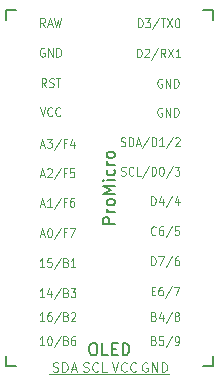
<source format=gto>
%TF.GenerationSoftware,KiCad,Pcbnew,(5.1.10)-1*%
%TF.CreationDate,2021-10-29T12:16:09+09:00*%
%TF.ProjectId,yacc46,79616363-3436-42e6-9b69-6361645f7063,rev?*%
%TF.SameCoordinates,Original*%
%TF.FileFunction,Legend,Top*%
%TF.FilePolarity,Positive*%
%FSLAX46Y46*%
G04 Gerber Fmt 4.6, Leading zero omitted, Abs format (unit mm)*
G04 Created by KiCad (PCBNEW (5.1.10)-1) date 2021-10-29 12:16:09*
%MOMM*%
%LPD*%
G01*
G04 APERTURE LIST*
%ADD10C,0.150000*%
%ADD11C,0.120000*%
%ADD12C,0.125000*%
G04 APERTURE END LIST*
D10*
X170432380Y-46263809D02*
X169432380Y-46263809D01*
X169432380Y-45882857D01*
X169480000Y-45787619D01*
X169527619Y-45740000D01*
X169622857Y-45692380D01*
X169765714Y-45692380D01*
X169860952Y-45740000D01*
X169908571Y-45787619D01*
X169956190Y-45882857D01*
X169956190Y-46263809D01*
X170432380Y-45263809D02*
X169765714Y-45263809D01*
X169956190Y-45263809D02*
X169860952Y-45216190D01*
X169813333Y-45168571D01*
X169765714Y-45073333D01*
X169765714Y-44978095D01*
X170432380Y-44501904D02*
X170384761Y-44597142D01*
X170337142Y-44644761D01*
X170241904Y-44692380D01*
X169956190Y-44692380D01*
X169860952Y-44644761D01*
X169813333Y-44597142D01*
X169765714Y-44501904D01*
X169765714Y-44359047D01*
X169813333Y-44263809D01*
X169860952Y-44216190D01*
X169956190Y-44168571D01*
X170241904Y-44168571D01*
X170337142Y-44216190D01*
X170384761Y-44263809D01*
X170432380Y-44359047D01*
X170432380Y-44501904D01*
X170432380Y-43740000D02*
X169432380Y-43740000D01*
X170146666Y-43406666D01*
X169432380Y-43073333D01*
X170432380Y-43073333D01*
X170432380Y-42597142D02*
X169765714Y-42597142D01*
X169432380Y-42597142D02*
X169480000Y-42644761D01*
X169527619Y-42597142D01*
X169480000Y-42549523D01*
X169432380Y-42597142D01*
X169527619Y-42597142D01*
X170384761Y-41692380D02*
X170432380Y-41787619D01*
X170432380Y-41978095D01*
X170384761Y-42073333D01*
X170337142Y-42120952D01*
X170241904Y-42168571D01*
X169956190Y-42168571D01*
X169860952Y-42120952D01*
X169813333Y-42073333D01*
X169765714Y-41978095D01*
X169765714Y-41787619D01*
X169813333Y-41692380D01*
X170432380Y-41263809D02*
X169765714Y-41263809D01*
X169956190Y-41263809D02*
X169860952Y-41216190D01*
X169813333Y-41168571D01*
X169765714Y-41073333D01*
X169765714Y-40978095D01*
X170432380Y-40501904D02*
X170384761Y-40597142D01*
X170337142Y-40644761D01*
X170241904Y-40692380D01*
X169956190Y-40692380D01*
X169860952Y-40644761D01*
X169813333Y-40597142D01*
X169765714Y-40501904D01*
X169765714Y-40359047D01*
X169813333Y-40263809D01*
X169860952Y-40216190D01*
X169956190Y-40168571D01*
X170241904Y-40168571D01*
X170337142Y-40216190D01*
X170384761Y-40263809D01*
X170432380Y-40359047D01*
X170432380Y-40501904D01*
%TO.C,U1*%
X178740000Y-58350000D02*
X177880000Y-58350000D01*
X161240000Y-58350000D02*
X162090000Y-58350000D01*
X178740000Y-57500000D02*
X178740000Y-58350000D01*
X161240000Y-57450000D02*
X161240000Y-58350000D01*
X178740000Y-28150000D02*
X177940000Y-28150000D01*
X161240000Y-28150000D02*
X162090000Y-28150000D01*
X178740000Y-28150000D02*
X178740000Y-29000000D01*
X161240000Y-28150000D02*
X161240000Y-29000000D01*
D11*
%TO.C,J1*%
X175070000Y-59000000D02*
X164910000Y-59000000D01*
%TO.C,U1*%
D12*
X164532380Y-29589285D02*
X164309047Y-29232142D01*
X164149523Y-29589285D02*
X164149523Y-28839285D01*
X164404761Y-28839285D01*
X164468571Y-28875000D01*
X164500476Y-28910714D01*
X164532380Y-28982142D01*
X164532380Y-29089285D01*
X164500476Y-29160714D01*
X164468571Y-29196428D01*
X164404761Y-29232142D01*
X164149523Y-29232142D01*
X164787619Y-29375000D02*
X165106666Y-29375000D01*
X164723809Y-29589285D02*
X164947142Y-28839285D01*
X165170476Y-29589285D01*
X165330000Y-28839285D02*
X165489523Y-29589285D01*
X165617142Y-29053571D01*
X165744761Y-29589285D01*
X165904285Y-28839285D01*
X164484523Y-31425000D02*
X164420714Y-31389285D01*
X164325000Y-31389285D01*
X164229285Y-31425000D01*
X164165476Y-31496428D01*
X164133571Y-31567857D01*
X164101666Y-31710714D01*
X164101666Y-31817857D01*
X164133571Y-31960714D01*
X164165476Y-32032142D01*
X164229285Y-32103571D01*
X164325000Y-32139285D01*
X164388809Y-32139285D01*
X164484523Y-32103571D01*
X164516428Y-32067857D01*
X164516428Y-31817857D01*
X164388809Y-31817857D01*
X164803571Y-32139285D02*
X164803571Y-31389285D01*
X165186428Y-32139285D01*
X165186428Y-31389285D01*
X165505476Y-32139285D02*
X165505476Y-31389285D01*
X165665000Y-31389285D01*
X165760714Y-31425000D01*
X165824523Y-31496428D01*
X165856428Y-31567857D01*
X165888333Y-31710714D01*
X165888333Y-31817857D01*
X165856428Y-31960714D01*
X165824523Y-32032142D01*
X165760714Y-32103571D01*
X165665000Y-32139285D01*
X165505476Y-32139285D01*
X164628095Y-34689285D02*
X164404761Y-34332142D01*
X164245238Y-34689285D02*
X164245238Y-33939285D01*
X164500476Y-33939285D01*
X164564285Y-33975000D01*
X164596190Y-34010714D01*
X164628095Y-34082142D01*
X164628095Y-34189285D01*
X164596190Y-34260714D01*
X164564285Y-34296428D01*
X164500476Y-34332142D01*
X164245238Y-34332142D01*
X164883333Y-34653571D02*
X164979047Y-34689285D01*
X165138571Y-34689285D01*
X165202380Y-34653571D01*
X165234285Y-34617857D01*
X165266190Y-34546428D01*
X165266190Y-34475000D01*
X165234285Y-34403571D01*
X165202380Y-34367857D01*
X165138571Y-34332142D01*
X165010952Y-34296428D01*
X164947142Y-34260714D01*
X164915238Y-34225000D01*
X164883333Y-34153571D01*
X164883333Y-34082142D01*
X164915238Y-34010714D01*
X164947142Y-33975000D01*
X165010952Y-33939285D01*
X165170476Y-33939285D01*
X165266190Y-33975000D01*
X165457619Y-33939285D02*
X165840476Y-33939285D01*
X165649047Y-34689285D02*
X165649047Y-33939285D01*
X164101666Y-36389285D02*
X164325000Y-37139285D01*
X164548333Y-36389285D01*
X165154523Y-37067857D02*
X165122619Y-37103571D01*
X165026904Y-37139285D01*
X164963095Y-37139285D01*
X164867380Y-37103571D01*
X164803571Y-37032142D01*
X164771666Y-36960714D01*
X164739761Y-36817857D01*
X164739761Y-36710714D01*
X164771666Y-36567857D01*
X164803571Y-36496428D01*
X164867380Y-36425000D01*
X164963095Y-36389285D01*
X165026904Y-36389285D01*
X165122619Y-36425000D01*
X165154523Y-36460714D01*
X165824523Y-37067857D02*
X165792619Y-37103571D01*
X165696904Y-37139285D01*
X165633095Y-37139285D01*
X165537380Y-37103571D01*
X165473571Y-37032142D01*
X165441666Y-36960714D01*
X165409761Y-36817857D01*
X165409761Y-36710714D01*
X165441666Y-36567857D01*
X165473571Y-36496428D01*
X165537380Y-36425000D01*
X165633095Y-36389285D01*
X165696904Y-36389285D01*
X165792619Y-36425000D01*
X165824523Y-36460714D01*
X164159285Y-39625000D02*
X164478333Y-39625000D01*
X164095476Y-39839285D02*
X164318809Y-39089285D01*
X164542142Y-39839285D01*
X164701666Y-39089285D02*
X165116428Y-39089285D01*
X164893095Y-39375000D01*
X164988809Y-39375000D01*
X165052619Y-39410714D01*
X165084523Y-39446428D01*
X165116428Y-39517857D01*
X165116428Y-39696428D01*
X165084523Y-39767857D01*
X165052619Y-39803571D01*
X164988809Y-39839285D01*
X164797380Y-39839285D01*
X164733571Y-39803571D01*
X164701666Y-39767857D01*
X165882142Y-39053571D02*
X165307857Y-40017857D01*
X166328809Y-39446428D02*
X166105476Y-39446428D01*
X166105476Y-39839285D02*
X166105476Y-39089285D01*
X166424523Y-39089285D01*
X166966904Y-39339285D02*
X166966904Y-39839285D01*
X166807380Y-39053571D02*
X166647857Y-39589285D01*
X167062619Y-39589285D01*
X164159285Y-42125000D02*
X164478333Y-42125000D01*
X164095476Y-42339285D02*
X164318809Y-41589285D01*
X164542142Y-42339285D01*
X164733571Y-41660714D02*
X164765476Y-41625000D01*
X164829285Y-41589285D01*
X164988809Y-41589285D01*
X165052619Y-41625000D01*
X165084523Y-41660714D01*
X165116428Y-41732142D01*
X165116428Y-41803571D01*
X165084523Y-41910714D01*
X164701666Y-42339285D01*
X165116428Y-42339285D01*
X165882142Y-41553571D02*
X165307857Y-42517857D01*
X166328809Y-41946428D02*
X166105476Y-41946428D01*
X166105476Y-42339285D02*
X166105476Y-41589285D01*
X166424523Y-41589285D01*
X166998809Y-41589285D02*
X166679761Y-41589285D01*
X166647857Y-41946428D01*
X166679761Y-41910714D01*
X166743571Y-41875000D01*
X166903095Y-41875000D01*
X166966904Y-41910714D01*
X166998809Y-41946428D01*
X167030714Y-42017857D01*
X167030714Y-42196428D01*
X166998809Y-42267857D01*
X166966904Y-42303571D01*
X166903095Y-42339285D01*
X166743571Y-42339285D01*
X166679761Y-42303571D01*
X166647857Y-42267857D01*
X164159285Y-44625000D02*
X164478333Y-44625000D01*
X164095476Y-44839285D02*
X164318809Y-44089285D01*
X164542142Y-44839285D01*
X165116428Y-44839285D02*
X164733571Y-44839285D01*
X164925000Y-44839285D02*
X164925000Y-44089285D01*
X164861190Y-44196428D01*
X164797380Y-44267857D01*
X164733571Y-44303571D01*
X165882142Y-44053571D02*
X165307857Y-45017857D01*
X166328809Y-44446428D02*
X166105476Y-44446428D01*
X166105476Y-44839285D02*
X166105476Y-44089285D01*
X166424523Y-44089285D01*
X166966904Y-44089285D02*
X166839285Y-44089285D01*
X166775476Y-44125000D01*
X166743571Y-44160714D01*
X166679761Y-44267857D01*
X166647857Y-44410714D01*
X166647857Y-44696428D01*
X166679761Y-44767857D01*
X166711666Y-44803571D01*
X166775476Y-44839285D01*
X166903095Y-44839285D01*
X166966904Y-44803571D01*
X166998809Y-44767857D01*
X167030714Y-44696428D01*
X167030714Y-44517857D01*
X166998809Y-44446428D01*
X166966904Y-44410714D01*
X166903095Y-44375000D01*
X166775476Y-44375000D01*
X166711666Y-44410714D01*
X166679761Y-44446428D01*
X166647857Y-44517857D01*
X164159285Y-47175000D02*
X164478333Y-47175000D01*
X164095476Y-47389285D02*
X164318809Y-46639285D01*
X164542142Y-47389285D01*
X164893095Y-46639285D02*
X164956904Y-46639285D01*
X165020714Y-46675000D01*
X165052619Y-46710714D01*
X165084523Y-46782142D01*
X165116428Y-46925000D01*
X165116428Y-47103571D01*
X165084523Y-47246428D01*
X165052619Y-47317857D01*
X165020714Y-47353571D01*
X164956904Y-47389285D01*
X164893095Y-47389285D01*
X164829285Y-47353571D01*
X164797380Y-47317857D01*
X164765476Y-47246428D01*
X164733571Y-47103571D01*
X164733571Y-46925000D01*
X164765476Y-46782142D01*
X164797380Y-46710714D01*
X164829285Y-46675000D01*
X164893095Y-46639285D01*
X165882142Y-46603571D02*
X165307857Y-47567857D01*
X166328809Y-46996428D02*
X166105476Y-46996428D01*
X166105476Y-47389285D02*
X166105476Y-46639285D01*
X166424523Y-46639285D01*
X166615952Y-46639285D02*
X167062619Y-46639285D01*
X166775476Y-47389285D01*
X164462380Y-49939285D02*
X164079523Y-49939285D01*
X164270952Y-49939285D02*
X164270952Y-49189285D01*
X164207142Y-49296428D01*
X164143333Y-49367857D01*
X164079523Y-49403571D01*
X165068571Y-49189285D02*
X164749523Y-49189285D01*
X164717619Y-49546428D01*
X164749523Y-49510714D01*
X164813333Y-49475000D01*
X164972857Y-49475000D01*
X165036666Y-49510714D01*
X165068571Y-49546428D01*
X165100476Y-49617857D01*
X165100476Y-49796428D01*
X165068571Y-49867857D01*
X165036666Y-49903571D01*
X164972857Y-49939285D01*
X164813333Y-49939285D01*
X164749523Y-49903571D01*
X164717619Y-49867857D01*
X165866190Y-49153571D02*
X165291904Y-50117857D01*
X166312857Y-49546428D02*
X166408571Y-49582142D01*
X166440476Y-49617857D01*
X166472380Y-49689285D01*
X166472380Y-49796428D01*
X166440476Y-49867857D01*
X166408571Y-49903571D01*
X166344761Y-49939285D01*
X166089523Y-49939285D01*
X166089523Y-49189285D01*
X166312857Y-49189285D01*
X166376666Y-49225000D01*
X166408571Y-49260714D01*
X166440476Y-49332142D01*
X166440476Y-49403571D01*
X166408571Y-49475000D01*
X166376666Y-49510714D01*
X166312857Y-49546428D01*
X166089523Y-49546428D01*
X167110476Y-49939285D02*
X166727619Y-49939285D01*
X166919047Y-49939285D02*
X166919047Y-49189285D01*
X166855238Y-49296428D01*
X166791428Y-49367857D01*
X166727619Y-49403571D01*
X164462380Y-52489285D02*
X164079523Y-52489285D01*
X164270952Y-52489285D02*
X164270952Y-51739285D01*
X164207142Y-51846428D01*
X164143333Y-51917857D01*
X164079523Y-51953571D01*
X165036666Y-51989285D02*
X165036666Y-52489285D01*
X164877142Y-51703571D02*
X164717619Y-52239285D01*
X165132380Y-52239285D01*
X165866190Y-51703571D02*
X165291904Y-52667857D01*
X166312857Y-52096428D02*
X166408571Y-52132142D01*
X166440476Y-52167857D01*
X166472380Y-52239285D01*
X166472380Y-52346428D01*
X166440476Y-52417857D01*
X166408571Y-52453571D01*
X166344761Y-52489285D01*
X166089523Y-52489285D01*
X166089523Y-51739285D01*
X166312857Y-51739285D01*
X166376666Y-51775000D01*
X166408571Y-51810714D01*
X166440476Y-51882142D01*
X166440476Y-51953571D01*
X166408571Y-52025000D01*
X166376666Y-52060714D01*
X166312857Y-52096428D01*
X166089523Y-52096428D01*
X166695714Y-51739285D02*
X167110476Y-51739285D01*
X166887142Y-52025000D01*
X166982857Y-52025000D01*
X167046666Y-52060714D01*
X167078571Y-52096428D01*
X167110476Y-52167857D01*
X167110476Y-52346428D01*
X167078571Y-52417857D01*
X167046666Y-52453571D01*
X166982857Y-52489285D01*
X166791428Y-52489285D01*
X166727619Y-52453571D01*
X166695714Y-52417857D01*
X164462380Y-56539285D02*
X164079523Y-56539285D01*
X164270952Y-56539285D02*
X164270952Y-55789285D01*
X164207142Y-55896428D01*
X164143333Y-55967857D01*
X164079523Y-56003571D01*
X164877142Y-55789285D02*
X164940952Y-55789285D01*
X165004761Y-55825000D01*
X165036666Y-55860714D01*
X165068571Y-55932142D01*
X165100476Y-56075000D01*
X165100476Y-56253571D01*
X165068571Y-56396428D01*
X165036666Y-56467857D01*
X165004761Y-56503571D01*
X164940952Y-56539285D01*
X164877142Y-56539285D01*
X164813333Y-56503571D01*
X164781428Y-56467857D01*
X164749523Y-56396428D01*
X164717619Y-56253571D01*
X164717619Y-56075000D01*
X164749523Y-55932142D01*
X164781428Y-55860714D01*
X164813333Y-55825000D01*
X164877142Y-55789285D01*
X165866190Y-55753571D02*
X165291904Y-56717857D01*
X166312857Y-56146428D02*
X166408571Y-56182142D01*
X166440476Y-56217857D01*
X166472380Y-56289285D01*
X166472380Y-56396428D01*
X166440476Y-56467857D01*
X166408571Y-56503571D01*
X166344761Y-56539285D01*
X166089523Y-56539285D01*
X166089523Y-55789285D01*
X166312857Y-55789285D01*
X166376666Y-55825000D01*
X166408571Y-55860714D01*
X166440476Y-55932142D01*
X166440476Y-56003571D01*
X166408571Y-56075000D01*
X166376666Y-56110714D01*
X166312857Y-56146428D01*
X166089523Y-56146428D01*
X167046666Y-55789285D02*
X166919047Y-55789285D01*
X166855238Y-55825000D01*
X166823333Y-55860714D01*
X166759523Y-55967857D01*
X166727619Y-56110714D01*
X166727619Y-56396428D01*
X166759523Y-56467857D01*
X166791428Y-56503571D01*
X166855238Y-56539285D01*
X166982857Y-56539285D01*
X167046666Y-56503571D01*
X167078571Y-56467857D01*
X167110476Y-56396428D01*
X167110476Y-56217857D01*
X167078571Y-56146428D01*
X167046666Y-56110714D01*
X166982857Y-56075000D01*
X166855238Y-56075000D01*
X166791428Y-56110714D01*
X166759523Y-56146428D01*
X166727619Y-56217857D01*
X164462380Y-54499285D02*
X164079523Y-54499285D01*
X164270952Y-54499285D02*
X164270952Y-53749285D01*
X164207142Y-53856428D01*
X164143333Y-53927857D01*
X164079523Y-53963571D01*
X165036666Y-53749285D02*
X164909047Y-53749285D01*
X164845238Y-53785000D01*
X164813333Y-53820714D01*
X164749523Y-53927857D01*
X164717619Y-54070714D01*
X164717619Y-54356428D01*
X164749523Y-54427857D01*
X164781428Y-54463571D01*
X164845238Y-54499285D01*
X164972857Y-54499285D01*
X165036666Y-54463571D01*
X165068571Y-54427857D01*
X165100476Y-54356428D01*
X165100476Y-54177857D01*
X165068571Y-54106428D01*
X165036666Y-54070714D01*
X164972857Y-54035000D01*
X164845238Y-54035000D01*
X164781428Y-54070714D01*
X164749523Y-54106428D01*
X164717619Y-54177857D01*
X165866190Y-53713571D02*
X165291904Y-54677857D01*
X166312857Y-54106428D02*
X166408571Y-54142142D01*
X166440476Y-54177857D01*
X166472380Y-54249285D01*
X166472380Y-54356428D01*
X166440476Y-54427857D01*
X166408571Y-54463571D01*
X166344761Y-54499285D01*
X166089523Y-54499285D01*
X166089523Y-53749285D01*
X166312857Y-53749285D01*
X166376666Y-53785000D01*
X166408571Y-53820714D01*
X166440476Y-53892142D01*
X166440476Y-53963571D01*
X166408571Y-54035000D01*
X166376666Y-54070714D01*
X166312857Y-54106428D01*
X166089523Y-54106428D01*
X166727619Y-53820714D02*
X166759523Y-53785000D01*
X166823333Y-53749285D01*
X166982857Y-53749285D01*
X167046666Y-53785000D01*
X167078571Y-53820714D01*
X167110476Y-53892142D01*
X167110476Y-53963571D01*
X167078571Y-54070714D01*
X166695714Y-54499285D01*
X167110476Y-54499285D01*
X173562380Y-51946428D02*
X173785714Y-51946428D01*
X173881428Y-52339285D02*
X173562380Y-52339285D01*
X173562380Y-51589285D01*
X173881428Y-51589285D01*
X174455714Y-51589285D02*
X174328095Y-51589285D01*
X174264285Y-51625000D01*
X174232380Y-51660714D01*
X174168571Y-51767857D01*
X174136666Y-51910714D01*
X174136666Y-52196428D01*
X174168571Y-52267857D01*
X174200476Y-52303571D01*
X174264285Y-52339285D01*
X174391904Y-52339285D01*
X174455714Y-52303571D01*
X174487619Y-52267857D01*
X174519523Y-52196428D01*
X174519523Y-52017857D01*
X174487619Y-51946428D01*
X174455714Y-51910714D01*
X174391904Y-51875000D01*
X174264285Y-51875000D01*
X174200476Y-51910714D01*
X174168571Y-51946428D01*
X174136666Y-52017857D01*
X175285238Y-51553571D02*
X174710952Y-52517857D01*
X175444761Y-51589285D02*
X175891428Y-51589285D01*
X175604285Y-52339285D01*
X173530476Y-49789285D02*
X173530476Y-49039285D01*
X173690000Y-49039285D01*
X173785714Y-49075000D01*
X173849523Y-49146428D01*
X173881428Y-49217857D01*
X173913333Y-49360714D01*
X173913333Y-49467857D01*
X173881428Y-49610714D01*
X173849523Y-49682142D01*
X173785714Y-49753571D01*
X173690000Y-49789285D01*
X173530476Y-49789285D01*
X174136666Y-49039285D02*
X174583333Y-49039285D01*
X174296190Y-49789285D01*
X175317142Y-49003571D02*
X174742857Y-49967857D01*
X175827619Y-49039285D02*
X175700000Y-49039285D01*
X175636190Y-49075000D01*
X175604285Y-49110714D01*
X175540476Y-49217857D01*
X175508571Y-49360714D01*
X175508571Y-49646428D01*
X175540476Y-49717857D01*
X175572380Y-49753571D01*
X175636190Y-49789285D01*
X175763809Y-49789285D01*
X175827619Y-49753571D01*
X175859523Y-49717857D01*
X175891428Y-49646428D01*
X175891428Y-49467857D01*
X175859523Y-49396428D01*
X175827619Y-49360714D01*
X175763809Y-49325000D01*
X175636190Y-49325000D01*
X175572380Y-49360714D01*
X175540476Y-49396428D01*
X175508571Y-49467857D01*
X174434523Y-34025000D02*
X174370714Y-33989285D01*
X174275000Y-33989285D01*
X174179285Y-34025000D01*
X174115476Y-34096428D01*
X174083571Y-34167857D01*
X174051666Y-34310714D01*
X174051666Y-34417857D01*
X174083571Y-34560714D01*
X174115476Y-34632142D01*
X174179285Y-34703571D01*
X174275000Y-34739285D01*
X174338809Y-34739285D01*
X174434523Y-34703571D01*
X174466428Y-34667857D01*
X174466428Y-34417857D01*
X174338809Y-34417857D01*
X174753571Y-34739285D02*
X174753571Y-33989285D01*
X175136428Y-34739285D01*
X175136428Y-33989285D01*
X175455476Y-34739285D02*
X175455476Y-33989285D01*
X175615000Y-33989285D01*
X175710714Y-34025000D01*
X175774523Y-34096428D01*
X175806428Y-34167857D01*
X175838333Y-34310714D01*
X175838333Y-34417857D01*
X175806428Y-34560714D01*
X175774523Y-34632142D01*
X175710714Y-34703571D01*
X175615000Y-34739285D01*
X175455476Y-34739285D01*
X174434523Y-36475000D02*
X174370714Y-36439285D01*
X174275000Y-36439285D01*
X174179285Y-36475000D01*
X174115476Y-36546428D01*
X174083571Y-36617857D01*
X174051666Y-36760714D01*
X174051666Y-36867857D01*
X174083571Y-37010714D01*
X174115476Y-37082142D01*
X174179285Y-37153571D01*
X174275000Y-37189285D01*
X174338809Y-37189285D01*
X174434523Y-37153571D01*
X174466428Y-37117857D01*
X174466428Y-36867857D01*
X174338809Y-36867857D01*
X174753571Y-37189285D02*
X174753571Y-36439285D01*
X175136428Y-37189285D01*
X175136428Y-36439285D01*
X175455476Y-37189285D02*
X175455476Y-36439285D01*
X175615000Y-36439285D01*
X175710714Y-36475000D01*
X175774523Y-36546428D01*
X175806428Y-36617857D01*
X175838333Y-36760714D01*
X175838333Y-36867857D01*
X175806428Y-37010714D01*
X175774523Y-37082142D01*
X175710714Y-37153571D01*
X175615000Y-37189285D01*
X175455476Y-37189285D01*
X172406190Y-29639285D02*
X172406190Y-28889285D01*
X172565714Y-28889285D01*
X172661428Y-28925000D01*
X172725238Y-28996428D01*
X172757142Y-29067857D01*
X172789047Y-29210714D01*
X172789047Y-29317857D01*
X172757142Y-29460714D01*
X172725238Y-29532142D01*
X172661428Y-29603571D01*
X172565714Y-29639285D01*
X172406190Y-29639285D01*
X173012380Y-28889285D02*
X173427142Y-28889285D01*
X173203809Y-29175000D01*
X173299523Y-29175000D01*
X173363333Y-29210714D01*
X173395238Y-29246428D01*
X173427142Y-29317857D01*
X173427142Y-29496428D01*
X173395238Y-29567857D01*
X173363333Y-29603571D01*
X173299523Y-29639285D01*
X173108095Y-29639285D01*
X173044285Y-29603571D01*
X173012380Y-29567857D01*
X174192857Y-28853571D02*
X173618571Y-29817857D01*
X174320476Y-28889285D02*
X174703333Y-28889285D01*
X174511904Y-29639285D02*
X174511904Y-28889285D01*
X174862857Y-28889285D02*
X175309523Y-29639285D01*
X175309523Y-28889285D02*
X174862857Y-29639285D01*
X175692380Y-28889285D02*
X175756190Y-28889285D01*
X175820000Y-28925000D01*
X175851904Y-28960714D01*
X175883809Y-29032142D01*
X175915714Y-29175000D01*
X175915714Y-29353571D01*
X175883809Y-29496428D01*
X175851904Y-29567857D01*
X175820000Y-29603571D01*
X175756190Y-29639285D01*
X175692380Y-29639285D01*
X175628571Y-29603571D01*
X175596666Y-29567857D01*
X175564761Y-29496428D01*
X175532857Y-29353571D01*
X175532857Y-29175000D01*
X175564761Y-29032142D01*
X175596666Y-28960714D01*
X175628571Y-28925000D01*
X175692380Y-28889285D01*
X173530476Y-44689285D02*
X173530476Y-43939285D01*
X173690000Y-43939285D01*
X173785714Y-43975000D01*
X173849523Y-44046428D01*
X173881428Y-44117857D01*
X173913333Y-44260714D01*
X173913333Y-44367857D01*
X173881428Y-44510714D01*
X173849523Y-44582142D01*
X173785714Y-44653571D01*
X173690000Y-44689285D01*
X173530476Y-44689285D01*
X174487619Y-44189285D02*
X174487619Y-44689285D01*
X174328095Y-43903571D02*
X174168571Y-44439285D01*
X174583333Y-44439285D01*
X175317142Y-43903571D02*
X174742857Y-44867857D01*
X175827619Y-44189285D02*
X175827619Y-44689285D01*
X175668095Y-43903571D02*
X175508571Y-44439285D01*
X175923333Y-44439285D01*
X170956428Y-39653571D02*
X171052142Y-39689285D01*
X171211666Y-39689285D01*
X171275476Y-39653571D01*
X171307380Y-39617857D01*
X171339285Y-39546428D01*
X171339285Y-39475000D01*
X171307380Y-39403571D01*
X171275476Y-39367857D01*
X171211666Y-39332142D01*
X171084047Y-39296428D01*
X171020238Y-39260714D01*
X170988333Y-39225000D01*
X170956428Y-39153571D01*
X170956428Y-39082142D01*
X170988333Y-39010714D01*
X171020238Y-38975000D01*
X171084047Y-38939285D01*
X171243571Y-38939285D01*
X171339285Y-38975000D01*
X171626428Y-39689285D02*
X171626428Y-38939285D01*
X171785952Y-38939285D01*
X171881666Y-38975000D01*
X171945476Y-39046428D01*
X171977380Y-39117857D01*
X172009285Y-39260714D01*
X172009285Y-39367857D01*
X171977380Y-39510714D01*
X171945476Y-39582142D01*
X171881666Y-39653571D01*
X171785952Y-39689285D01*
X171626428Y-39689285D01*
X172264523Y-39475000D02*
X172583571Y-39475000D01*
X172200714Y-39689285D02*
X172424047Y-38939285D01*
X172647380Y-39689285D01*
X173349285Y-38903571D02*
X172775000Y-39867857D01*
X173572619Y-39689285D02*
X173572619Y-38939285D01*
X173732142Y-38939285D01*
X173827857Y-38975000D01*
X173891666Y-39046428D01*
X173923571Y-39117857D01*
X173955476Y-39260714D01*
X173955476Y-39367857D01*
X173923571Y-39510714D01*
X173891666Y-39582142D01*
X173827857Y-39653571D01*
X173732142Y-39689285D01*
X173572619Y-39689285D01*
X174593571Y-39689285D02*
X174210714Y-39689285D01*
X174402142Y-39689285D02*
X174402142Y-38939285D01*
X174338333Y-39046428D01*
X174274523Y-39117857D01*
X174210714Y-39153571D01*
X175359285Y-38903571D02*
X174785000Y-39867857D01*
X175550714Y-39010714D02*
X175582619Y-38975000D01*
X175646428Y-38939285D01*
X175805952Y-38939285D01*
X175869761Y-38975000D01*
X175901666Y-39010714D01*
X175933571Y-39082142D01*
X175933571Y-39153571D01*
X175901666Y-39260714D01*
X175518809Y-39689285D01*
X175933571Y-39689285D01*
X170972380Y-42153571D02*
X171068095Y-42189285D01*
X171227619Y-42189285D01*
X171291428Y-42153571D01*
X171323333Y-42117857D01*
X171355238Y-42046428D01*
X171355238Y-41975000D01*
X171323333Y-41903571D01*
X171291428Y-41867857D01*
X171227619Y-41832142D01*
X171100000Y-41796428D01*
X171036190Y-41760714D01*
X171004285Y-41725000D01*
X170972380Y-41653571D01*
X170972380Y-41582142D01*
X171004285Y-41510714D01*
X171036190Y-41475000D01*
X171100000Y-41439285D01*
X171259523Y-41439285D01*
X171355238Y-41475000D01*
X172025238Y-42117857D02*
X171993333Y-42153571D01*
X171897619Y-42189285D01*
X171833809Y-42189285D01*
X171738095Y-42153571D01*
X171674285Y-42082142D01*
X171642380Y-42010714D01*
X171610476Y-41867857D01*
X171610476Y-41760714D01*
X171642380Y-41617857D01*
X171674285Y-41546428D01*
X171738095Y-41475000D01*
X171833809Y-41439285D01*
X171897619Y-41439285D01*
X171993333Y-41475000D01*
X172025238Y-41510714D01*
X172631428Y-42189285D02*
X172312380Y-42189285D01*
X172312380Y-41439285D01*
X173333333Y-41403571D02*
X172759047Y-42367857D01*
X173556666Y-42189285D02*
X173556666Y-41439285D01*
X173716190Y-41439285D01*
X173811904Y-41475000D01*
X173875714Y-41546428D01*
X173907619Y-41617857D01*
X173939523Y-41760714D01*
X173939523Y-41867857D01*
X173907619Y-42010714D01*
X173875714Y-42082142D01*
X173811904Y-42153571D01*
X173716190Y-42189285D01*
X173556666Y-42189285D01*
X174354285Y-41439285D02*
X174418095Y-41439285D01*
X174481904Y-41475000D01*
X174513809Y-41510714D01*
X174545714Y-41582142D01*
X174577619Y-41725000D01*
X174577619Y-41903571D01*
X174545714Y-42046428D01*
X174513809Y-42117857D01*
X174481904Y-42153571D01*
X174418095Y-42189285D01*
X174354285Y-42189285D01*
X174290476Y-42153571D01*
X174258571Y-42117857D01*
X174226666Y-42046428D01*
X174194761Y-41903571D01*
X174194761Y-41725000D01*
X174226666Y-41582142D01*
X174258571Y-41510714D01*
X174290476Y-41475000D01*
X174354285Y-41439285D01*
X175343333Y-41403571D02*
X174769047Y-42367857D01*
X175502857Y-41439285D02*
X175917619Y-41439285D01*
X175694285Y-41725000D01*
X175790000Y-41725000D01*
X175853809Y-41760714D01*
X175885714Y-41796428D01*
X175917619Y-41867857D01*
X175917619Y-42046428D01*
X175885714Y-42117857D01*
X175853809Y-42153571D01*
X175790000Y-42189285D01*
X175598571Y-42189285D01*
X175534761Y-42153571D01*
X175502857Y-42117857D01*
X173913333Y-47167857D02*
X173881428Y-47203571D01*
X173785714Y-47239285D01*
X173721904Y-47239285D01*
X173626190Y-47203571D01*
X173562380Y-47132142D01*
X173530476Y-47060714D01*
X173498571Y-46917857D01*
X173498571Y-46810714D01*
X173530476Y-46667857D01*
X173562380Y-46596428D01*
X173626190Y-46525000D01*
X173721904Y-46489285D01*
X173785714Y-46489285D01*
X173881428Y-46525000D01*
X173913333Y-46560714D01*
X174487619Y-46489285D02*
X174360000Y-46489285D01*
X174296190Y-46525000D01*
X174264285Y-46560714D01*
X174200476Y-46667857D01*
X174168571Y-46810714D01*
X174168571Y-47096428D01*
X174200476Y-47167857D01*
X174232380Y-47203571D01*
X174296190Y-47239285D01*
X174423809Y-47239285D01*
X174487619Y-47203571D01*
X174519523Y-47167857D01*
X174551428Y-47096428D01*
X174551428Y-46917857D01*
X174519523Y-46846428D01*
X174487619Y-46810714D01*
X174423809Y-46775000D01*
X174296190Y-46775000D01*
X174232380Y-46810714D01*
X174200476Y-46846428D01*
X174168571Y-46917857D01*
X175317142Y-46453571D02*
X174742857Y-47417857D01*
X175859523Y-46489285D02*
X175540476Y-46489285D01*
X175508571Y-46846428D01*
X175540476Y-46810714D01*
X175604285Y-46775000D01*
X175763809Y-46775000D01*
X175827619Y-46810714D01*
X175859523Y-46846428D01*
X175891428Y-46917857D01*
X175891428Y-47096428D01*
X175859523Y-47167857D01*
X175827619Y-47203571D01*
X175763809Y-47239285D01*
X175604285Y-47239285D01*
X175540476Y-47203571D01*
X175508571Y-47167857D01*
X173753809Y-56146428D02*
X173849523Y-56182142D01*
X173881428Y-56217857D01*
X173913333Y-56289285D01*
X173913333Y-56396428D01*
X173881428Y-56467857D01*
X173849523Y-56503571D01*
X173785714Y-56539285D01*
X173530476Y-56539285D01*
X173530476Y-55789285D01*
X173753809Y-55789285D01*
X173817619Y-55825000D01*
X173849523Y-55860714D01*
X173881428Y-55932142D01*
X173881428Y-56003571D01*
X173849523Y-56075000D01*
X173817619Y-56110714D01*
X173753809Y-56146428D01*
X173530476Y-56146428D01*
X174519523Y-55789285D02*
X174200476Y-55789285D01*
X174168571Y-56146428D01*
X174200476Y-56110714D01*
X174264285Y-56075000D01*
X174423809Y-56075000D01*
X174487619Y-56110714D01*
X174519523Y-56146428D01*
X174551428Y-56217857D01*
X174551428Y-56396428D01*
X174519523Y-56467857D01*
X174487619Y-56503571D01*
X174423809Y-56539285D01*
X174264285Y-56539285D01*
X174200476Y-56503571D01*
X174168571Y-56467857D01*
X175317142Y-55753571D02*
X174742857Y-56717857D01*
X175572380Y-56539285D02*
X175700000Y-56539285D01*
X175763809Y-56503571D01*
X175795714Y-56467857D01*
X175859523Y-56360714D01*
X175891428Y-56217857D01*
X175891428Y-55932142D01*
X175859523Y-55860714D01*
X175827619Y-55825000D01*
X175763809Y-55789285D01*
X175636190Y-55789285D01*
X175572380Y-55825000D01*
X175540476Y-55860714D01*
X175508571Y-55932142D01*
X175508571Y-56110714D01*
X175540476Y-56182142D01*
X175572380Y-56217857D01*
X175636190Y-56253571D01*
X175763809Y-56253571D01*
X175827619Y-56217857D01*
X175859523Y-56182142D01*
X175891428Y-56110714D01*
X172326428Y-32189285D02*
X172326428Y-31439285D01*
X172485952Y-31439285D01*
X172581666Y-31475000D01*
X172645476Y-31546428D01*
X172677380Y-31617857D01*
X172709285Y-31760714D01*
X172709285Y-31867857D01*
X172677380Y-32010714D01*
X172645476Y-32082142D01*
X172581666Y-32153571D01*
X172485952Y-32189285D01*
X172326428Y-32189285D01*
X172964523Y-31510714D02*
X172996428Y-31475000D01*
X173060238Y-31439285D01*
X173219761Y-31439285D01*
X173283571Y-31475000D01*
X173315476Y-31510714D01*
X173347380Y-31582142D01*
X173347380Y-31653571D01*
X173315476Y-31760714D01*
X172932619Y-32189285D01*
X173347380Y-32189285D01*
X174113095Y-31403571D02*
X173538809Y-32367857D01*
X174719285Y-32189285D02*
X174495952Y-31832142D01*
X174336428Y-32189285D02*
X174336428Y-31439285D01*
X174591666Y-31439285D01*
X174655476Y-31475000D01*
X174687380Y-31510714D01*
X174719285Y-31582142D01*
X174719285Y-31689285D01*
X174687380Y-31760714D01*
X174655476Y-31796428D01*
X174591666Y-31832142D01*
X174336428Y-31832142D01*
X174942619Y-31439285D02*
X175389285Y-32189285D01*
X175389285Y-31439285D02*
X174942619Y-32189285D01*
X175995476Y-32189285D02*
X175612619Y-32189285D01*
X175804047Y-32189285D02*
X175804047Y-31439285D01*
X175740238Y-31546428D01*
X175676428Y-31617857D01*
X175612619Y-31653571D01*
X173753809Y-54106428D02*
X173849523Y-54142142D01*
X173881428Y-54177857D01*
X173913333Y-54249285D01*
X173913333Y-54356428D01*
X173881428Y-54427857D01*
X173849523Y-54463571D01*
X173785714Y-54499285D01*
X173530476Y-54499285D01*
X173530476Y-53749285D01*
X173753809Y-53749285D01*
X173817619Y-53785000D01*
X173849523Y-53820714D01*
X173881428Y-53892142D01*
X173881428Y-53963571D01*
X173849523Y-54035000D01*
X173817619Y-54070714D01*
X173753809Y-54106428D01*
X173530476Y-54106428D01*
X174487619Y-53999285D02*
X174487619Y-54499285D01*
X174328095Y-53713571D02*
X174168571Y-54249285D01*
X174583333Y-54249285D01*
X175317142Y-53713571D02*
X174742857Y-54677857D01*
X175636190Y-54070714D02*
X175572380Y-54035000D01*
X175540476Y-53999285D01*
X175508571Y-53927857D01*
X175508571Y-53892142D01*
X175540476Y-53820714D01*
X175572380Y-53785000D01*
X175636190Y-53749285D01*
X175763809Y-53749285D01*
X175827619Y-53785000D01*
X175859523Y-53820714D01*
X175891428Y-53892142D01*
X175891428Y-53927857D01*
X175859523Y-53999285D01*
X175827619Y-54035000D01*
X175763809Y-54070714D01*
X175636190Y-54070714D01*
X175572380Y-54106428D01*
X175540476Y-54142142D01*
X175508571Y-54213571D01*
X175508571Y-54356428D01*
X175540476Y-54427857D01*
X175572380Y-54463571D01*
X175636190Y-54499285D01*
X175763809Y-54499285D01*
X175827619Y-54463571D01*
X175859523Y-54427857D01*
X175891428Y-54356428D01*
X175891428Y-54213571D01*
X175859523Y-54142142D01*
X175827619Y-54106428D01*
X175763809Y-54070714D01*
%TO.C,J1*%
D10*
X168537619Y-56392380D02*
X168728095Y-56392380D01*
X168823333Y-56440000D01*
X168918571Y-56535238D01*
X168966190Y-56725714D01*
X168966190Y-57059047D01*
X168918571Y-57249523D01*
X168823333Y-57344761D01*
X168728095Y-57392380D01*
X168537619Y-57392380D01*
X168442380Y-57344761D01*
X168347142Y-57249523D01*
X168299523Y-57059047D01*
X168299523Y-56725714D01*
X168347142Y-56535238D01*
X168442380Y-56440000D01*
X168537619Y-56392380D01*
X169870952Y-57392380D02*
X169394761Y-57392380D01*
X169394761Y-56392380D01*
X170204285Y-56868571D02*
X170537619Y-56868571D01*
X170680476Y-57392380D02*
X170204285Y-57392380D01*
X170204285Y-56392380D01*
X170680476Y-56392380D01*
X171109047Y-57392380D02*
X171109047Y-56392380D01*
X171347142Y-56392380D01*
X171490000Y-56440000D01*
X171585238Y-56535238D01*
X171632857Y-56630476D01*
X171680476Y-56820952D01*
X171680476Y-56963809D01*
X171632857Y-57154285D01*
X171585238Y-57249523D01*
X171490000Y-57344761D01*
X171347142Y-57392380D01*
X171109047Y-57392380D01*
D11*
X173190476Y-58040000D02*
X173114285Y-58001904D01*
X173000000Y-58001904D01*
X172885714Y-58040000D01*
X172809523Y-58116190D01*
X172771428Y-58192380D01*
X172733333Y-58344761D01*
X172733333Y-58459047D01*
X172771428Y-58611428D01*
X172809523Y-58687619D01*
X172885714Y-58763809D01*
X173000000Y-58801904D01*
X173076190Y-58801904D01*
X173190476Y-58763809D01*
X173228571Y-58725714D01*
X173228571Y-58459047D01*
X173076190Y-58459047D01*
X173571428Y-58801904D02*
X173571428Y-58001904D01*
X174028571Y-58801904D01*
X174028571Y-58001904D01*
X174409523Y-58801904D02*
X174409523Y-58001904D01*
X174600000Y-58001904D01*
X174714285Y-58040000D01*
X174790476Y-58116190D01*
X174828571Y-58192380D01*
X174866666Y-58344761D01*
X174866666Y-58459047D01*
X174828571Y-58611428D01*
X174790476Y-58687619D01*
X174714285Y-58763809D01*
X174600000Y-58801904D01*
X174409523Y-58801904D01*
X170193333Y-58001904D02*
X170460000Y-58801904D01*
X170726666Y-58001904D01*
X171450476Y-58725714D02*
X171412380Y-58763809D01*
X171298095Y-58801904D01*
X171221904Y-58801904D01*
X171107619Y-58763809D01*
X171031428Y-58687619D01*
X170993333Y-58611428D01*
X170955238Y-58459047D01*
X170955238Y-58344761D01*
X170993333Y-58192380D01*
X171031428Y-58116190D01*
X171107619Y-58040000D01*
X171221904Y-58001904D01*
X171298095Y-58001904D01*
X171412380Y-58040000D01*
X171450476Y-58078095D01*
X172250476Y-58725714D02*
X172212380Y-58763809D01*
X172098095Y-58801904D01*
X172021904Y-58801904D01*
X171907619Y-58763809D01*
X171831428Y-58687619D01*
X171793333Y-58611428D01*
X171755238Y-58459047D01*
X171755238Y-58344761D01*
X171793333Y-58192380D01*
X171831428Y-58116190D01*
X171907619Y-58040000D01*
X172021904Y-58001904D01*
X172098095Y-58001904D01*
X172212380Y-58040000D01*
X172250476Y-58078095D01*
X167767619Y-58763809D02*
X167881904Y-58801904D01*
X168072380Y-58801904D01*
X168148571Y-58763809D01*
X168186666Y-58725714D01*
X168224761Y-58649523D01*
X168224761Y-58573333D01*
X168186666Y-58497142D01*
X168148571Y-58459047D01*
X168072380Y-58420952D01*
X167920000Y-58382857D01*
X167843809Y-58344761D01*
X167805714Y-58306666D01*
X167767619Y-58230476D01*
X167767619Y-58154285D01*
X167805714Y-58078095D01*
X167843809Y-58040000D01*
X167920000Y-58001904D01*
X168110476Y-58001904D01*
X168224761Y-58040000D01*
X169024761Y-58725714D02*
X168986666Y-58763809D01*
X168872380Y-58801904D01*
X168796190Y-58801904D01*
X168681904Y-58763809D01*
X168605714Y-58687619D01*
X168567619Y-58611428D01*
X168529523Y-58459047D01*
X168529523Y-58344761D01*
X168567619Y-58192380D01*
X168605714Y-58116190D01*
X168681904Y-58040000D01*
X168796190Y-58001904D01*
X168872380Y-58001904D01*
X168986666Y-58040000D01*
X169024761Y-58078095D01*
X169748571Y-58801904D02*
X169367619Y-58801904D01*
X169367619Y-58001904D01*
X165208571Y-58763809D02*
X165322857Y-58801904D01*
X165513333Y-58801904D01*
X165589523Y-58763809D01*
X165627619Y-58725714D01*
X165665714Y-58649523D01*
X165665714Y-58573333D01*
X165627619Y-58497142D01*
X165589523Y-58459047D01*
X165513333Y-58420952D01*
X165360952Y-58382857D01*
X165284761Y-58344761D01*
X165246666Y-58306666D01*
X165208571Y-58230476D01*
X165208571Y-58154285D01*
X165246666Y-58078095D01*
X165284761Y-58040000D01*
X165360952Y-58001904D01*
X165551428Y-58001904D01*
X165665714Y-58040000D01*
X166008571Y-58801904D02*
X166008571Y-58001904D01*
X166199047Y-58001904D01*
X166313333Y-58040000D01*
X166389523Y-58116190D01*
X166427619Y-58192380D01*
X166465714Y-58344761D01*
X166465714Y-58459047D01*
X166427619Y-58611428D01*
X166389523Y-58687619D01*
X166313333Y-58763809D01*
X166199047Y-58801904D01*
X166008571Y-58801904D01*
X166770476Y-58573333D02*
X167151428Y-58573333D01*
X166694285Y-58801904D02*
X166960952Y-58001904D01*
X167227619Y-58801904D01*
%TD*%
M02*

</source>
